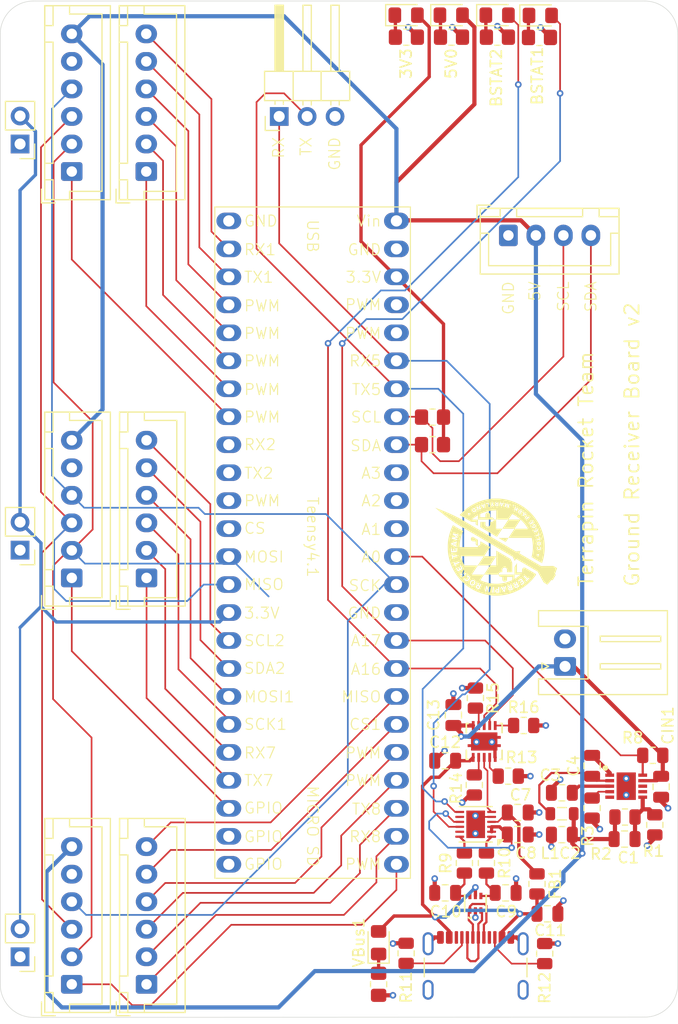
<source format=kicad_pcb>
(kicad_pcb (version 20240108) (generator "pcbnew") (generator_version "8.0")
  (layers (0 "F.Cu" signal) (1 "In1.Cu" signal) (2 "In2.Cu" signal) (31 "B.Cu" signal) (34 "B.Paste" user) (35 "F.Paste" user) (36 "B.SilkS" user "B.Silkscreen") (37 "F.SilkS" user "F.Silkscreen") (38 "B.Mask" user) (39 "F.Mask" user) (44 "Edge.Cuts" user))
  (net 0 "")
  (net 1 "+3.3V")
  (net 2 "+5V")
  (net 3 "Net-(U1-FB)")
  (net 4 "GND")
  (net 5 "Net-(U1-INTVCC)")
  (net 6 "Net-(U1-SW)")
  (net 7 "Net-(U1-BST)")
  (net 8 "Net-(U4-VCC)")
  (net 9 "Net-(U4-3V3OUT)")
  (net 10 "D-")
  (net 11 "D+")
  (net 12 "VBUS")
  (net 13 "VBAT")
  (net 14 "TXD")
  (net 15 "RXD")
  (net 17 "Net-(J2-D--PadA7)")
  (net 19 "Net-(J2-D+-PadA6)")
  (net 20 "Net-(J2-CC1)")
  (net 21 "Net-(J2-CC2)")
  (net 22 "MISO")
  (net 23 "CS_1")
  (net 24 "MOSI")
  (net 25 "SCLK")
  (net 26 "IRQ_1")
  (net 27 "GPIO1_1")
  (net 28 "SDN_1")
  (net 29 "GPIO0_1")
  (net 30 "GPIO2_1")
  (net 31 "GPIO3_1")
  (net 32 "CS_2")
  (net 33 "GPIO2_2")
  (net 34 "GPIO0_2")
  (net 35 "SDN_2")
  (net 36 "IRQ_2")
  (net 37 "GPIO1_2")
  (net 38 "GPIO3_2")
  (net 39 "CS_3")
  (net 40 "GPIO3_3")
  (net 41 "GPIO2_3")
  (net 42 "GPIO0_3")
  (net 43 "GPIO1_3")
  (net 44 "SDN_3")
  (net 45 "IRQ_3")
  (net 46 "SCL")
  (net 47 "SDA")
  (net 48 "Net-(U1-RT)")
  (net 49 "Net-(VBus1-K)")
  (net 50 "PWR_EN")
  (net 51 "Net-(U4-USBDP)")
  (net 52 "Net-(U4-USBDM)")
  (net 53 "Net-(U6-TS)")
  (net 54 "Net-(U6-ISET)")
  (net 55 "Net-(U6-VSET)")
  (net 56 "Net-(U6-CHM_TMR)")
  (net 59 "BSTAT2")
  (net 63 "BSTAT1")
  (net 70 "Net-(3V3-K)")
  (net 71 "Net-(5V0-K)")
  (net 72 "Net-(BSTAT1-K)")
  (net 73 "Net-(BSTAT2-K)")
  (net 74 "EN")
  (net 80 "+3.3V2")
  (footprint "Resistor_SMD:R_0805_2012Metric" (layer "F.Cu") (at 170.225 112.4125 180)
    (property "Reference" "R8")
    (property "Value" "100k" (hide yes))
  )
  (footprint "Connector_JST:JST_XH_B4B-XH-A_1x04_P2.50mm_Vertical" (layer "F.Cu") (at 157.1 65.2)
    (property "Reference" "J13" (hide yes))
    (property "Value" "Conn_01x04_Pin" (hide yes))
  )
  (footprint "Resistor_SMD:R_0805_2012Metric_Pad1.20x1.40mm_HandSolder" (layer "F.Cu") (at 156.1 47.2)
    (property "Reference" "R7" (hide yes))
    (property "Value" "2k" (hide yes))
  )
  (footprint "Resistor_SMD:R_0805_2012Metric" (layer "F.Cu") (at 164.7125 117.2 -90)
    (property "Reference" "R3")
    (property "Value" "18.2kΩ" (hide yes))
  )
  (footprint "Capacitor_SMD:C_0805_2012Metric" (layer "F.Cu") (at 161.9625 115.8125 180)
    (property "Reference" "C3")
    (property "Value" "1uF" (hide yes))
  )
  (footprint "Resistor_SMD:R_0805_2012Metric" (layer "F.Cu") (at 155.1 122.1875 -90)
    (property "Reference" "R10")
    (property "Value" "27" (hide yes))
  )
  (footprint "Capacitor_SMD:C_0805_2012Metric" (layer "F.Cu") (at 156.85 124.9 180)
    (property "Reference" "C9")
    (property "Value" "47pF" (hide yes))
  )
  (footprint "MountingHole:MountingHole_3.2mm_M3" (layer "F.Cu") (at 131.5 132.5)
    (property "Reference" "H3" (hide yes))
    (property "Value" "MountingHole" (hide yes))
  )
  (footprint "Resistor_SMD:R_0805_2012Metric" (layer "F.Cu") (at 167.7 118.0125 180)
    (property "Reference" "R2")
    (property "Value" "1MΩ" (hide yes))
  )
  (footprint "Capacitor_SMD:C_0805_2012Metric" (layer "F.Cu") (at 161.9625 119.6125)
    (property "Reference" "C2")
    (property "Value" "22uF" (hide yes))
  )
  (footprint "Resistor_SMD:R_0805_2012Metric" (layer "F.Cu") (at 147.8 130.3875 -90)
    (property "Reference" "R11")
    (property "Value" "5.1k" (hide yes))
  )
  (footprint "Capacitor_SMD:C_0805_2012Metric" (layer "F.Cu") (at 157.95 119.6 180)
    (property "Reference" "C8")
    (property "Value" "100n" (hide yes))
  )
  (footprint "Resistor_SMD:R_0805_2012Metric" (layer "F.Cu") (at 170.4125 118.725 90)
    (property "Reference" "R1")
    (property "Value" "187kΩ" (hide yes))
  )
  (footprint "Capacitor_SMD:C_0805_2012Metric" (layer "F.Cu") (at 164.7125 113.3625 90)
    (property "Reference" "C4")
    (property "Value" ".1uF" (hide yes))
  )
  (footprint "Avionics:Teensy_4.1_Compact" (layer "F.Cu") (at 139.3 93.095)
    (property "Reference" "Teensy4.1")
    (property "Value" "~")
  )
  (footprint "Capacitor_SMD:C_0805_2012Metric" (layer "F.Cu") (at 151.35 124.9)
    (property "Reference" "C10")
    (property "Value" "47pF" (hide yes))
  )
  (footprint "Resistor_SMD:R_0805_2012Metric_Pad1.20x1.40mm_HandSolder" (layer "F.Cu") (at 151.925 47.2)
    (property "Reference" "R5" (hide yes))
    (property "Value" "2k" (hide yes))
  )
  (footprint "Connector_JST:JST_XH_B6B-XH-A_1x06_P2.50mm_Vertical" (layer "F.Cu") (at 124.2 96.3 90)
    (property "Reference" "J9" (hide yes))
    (property "Value" "Conn_01x06_Pin" (hide yes))
  )
  (footprint "Resistor_SMD:R_0805_2012Metric" (layer "F.Cu") (at 154 115.1 90)
    (property "Reference" "R14")
    (property "Value" "390" (hide yes))
  )
  (footprint "Resistor_SMD:R_0805_2012Metric" (layer "F.Cu") (at 153.1 122.1875 -90)
    (property "Reference" "R9")
    (property "Value" "27" (hide yes))
  )
  (footprint "LED_SMD:LED_0805_2012Metric_Pad1.15x1.40mm_HandSolder" (layer "F.Cu") (at 145.3 129.425 90)
    (property "Reference" "VBus1")
    (property "Value" "LED" (hide yes))
  )
  (footprint "Capacitor_SMD:C_0805_2012Metric" (layer "F.Cu") (at 170.9875 115.2625 -90)
    (property "Reference" "CIN1")
    (property "Value" "4.7uF" (hide yes))
  )
  (footprint "Connector_JST:JST_XH_S2B-XH-A_1x02_P2.50mm_Horizontal" (layer "F.Cu") (at 162.25 104.33513 90)
    (property "Reference" "J3" (hide yes))
    (property "Value" "Conn_01x02_Pin" (hide yes))
  )
  (footprint "LED_SMD:LED_0805_2012Metric_Pad1.15x1.40mm_HandSolder" (layer "F.Cu") (at 159.9988 45.2238)
    (property "Reference" "BSTAT1")
    (property "Value" "LED" (hide yes))
  )
  (footprint "Connector_PinHeader_2.54mm:PinHeader_1x03_P2.54mm_Horizontal" (layer "F.Cu") (at 136.26 54.4 90)
    (property "Reference" "J1" (hide yes))
    (property "Value" "Conn_01x03_Pin" (hide yes))
  )
  (footprint "Connector_JST:JST_XH_B6B-XH-A_1x06_P2.50mm_Vertical" (layer "F.Cu") (at 117.4 133.2 90)
    (property "Reference" "J4" (hide yes))
    (property "Value" "Conn_01x06_Pin" (hide yes))
  )
  (footprint "Connector_JST:JST_XH_B6B-XH-A_1x06_P2.50mm_Vertical" (layer "F.Cu") (at 117.4 96.3 90)
    (property "Reference" "J7" (hide yes))
    (property "Value" "Conn_01x06_Pin" (hide yes))
  )
  (footprint "Connector_JST:JST_XH_B6B-XH-A_1x06_P2.50mm_Vertical" (layer "F.Cu") (at 117.4 59.4 90)
    (property "Reference" "J10" (hide yes))
    (property "Value" "Conn_01x06_Pin" (hide yes))
  )
  (footprint "Connector_JST:JST_XH_B6B-XH-A_1x06_P2.50mm_Vertical" (layer "F.Cu") (at 124.175 59.4 90)
    (property "Reference" "J12" (hide yes))
    (property "Value" "Conn_01x06_Pin" (hide yes))
  )
  (footprint "Connector_PinHeader_2.54mm:PinHeader_1x02_P2.54mm_Vertical" (layer "F.Cu") (at 112.7 93.775 180)
    (property "Reference" "J8" (hide yes))
    (property "Value" "Conn_01x02_Pin" (hide yes))
  )
  (footprint "Connector_PinHeader_2.54mm:PinHeader_1x02_P2.54mm_Vertical" (layer "F.Cu") (at 112.7 130.7 180)
    (property "Reference" "J11" (hide yes))
    (property "Value" "Conn_01x02_Pin" (hide yes))
  )
  (footprint "Avionics:LOGO" (layer "F.Cu") (at 155.5 93.5 90)
    (property "Reference" "G***" (hide yes))
    (property "Value" "LOGO" (hide yes))
  )
  (footprint "Avionics:USBLC6-2P6" (layer "F.Cu") (at 154.099999 125.8396 90)
    (property "Reference" "U5" (hide yes))
    (property "Value" "USBLC6-2P6" (hide yes))
  )
  (footprint "Resistor_SMD:R_0805_2012Metric_Pad1.20x1.40mm_HandSolder" (layer "F.Cu") (at 159.9238 47.2238)
    (property "Reference" "R17" (hide yes))
    (property "Value" "2k" (hide yes))
  )
  (footprint "LED_SMD:LED_0805_2012Metric_Pad1.15x1.40mm_HandSolder" (layer "F.Cu") (at 156.075 45.2)
    (property "Reference" "BSTAT2")
    (property "Value" "LED" (hide yes))
  )
  (footprint "Resistor_SMD:R_0805_2012Metric_Pad1.20x1.40mm_HandSolder" (layer "F.Cu") (at 150.2 81.7 180)
    (property "Reference" "R18" (hide yes))
    (property "Value" "4.7k" (hide yes))
  )
  (footprint "Resistor_SMD:R_0805_2012Metric" (layer "F.Cu") (at 160.4 130.4125 -90)
    (property "Reference" "R12")
    (property "Value" "5.1k" (hide yes))
  )
  (footprint "Capacitor_SMD:C_0805_2012Metric" (layer "F.Cu") (at 160.65 126.8 180)
    (property "Reference" "C11")
    (property "Value" "10nF" (hide yes))
  )
  (footprint "Capacitor_SMD:C_0805_2012Metric" (layer "F.Cu") (at 152.1 108.75 -90)
    (property "Reference" "C13")
    (property "Value" "1uF" (hide yes))
  )
  (footprint "Resistor_SMD:R_0805_2012Metric" (layer "F.Cu") (at 157.0875 114.3)
    (property "Reference" "R13")
    (property "Value" "10k" (hide yes))
  )
  (footprint "Avionics:LT8609AEDDM-5#TRPBF" (layer "F.Cu") (at 167.8125 115.2125)
    (property "Reference" "U1" (hide yes))
    (property "Value" "LT8609AEDDM-5#TRPBF" (hide yes))
  )
  (footprint "Inductor_SMD:L_0805_2012Metric" (layer "F.Cu") (at 161.975 117.7125 180)
    (property "Reference" "L1")
    (property "Value" "2.2uH" (hide yes))
  )
  (footprint "LED_SMD:LED_0805_2012Metric_Pad1.15x1.40mm_HandSolder" (layer "F.Cu") (at 151.9 45.2)
    (property "Reference" "5V0")
    (property "Value" "LED" (hide yes))
  )
  (footprint "Capacitor_SMD:C_0805_2012Metric" (layer "F.Cu") (at 157.95 117.6 180)
    (property "Reference" "C7")
    (property "Value" "4.7u" (hide yes))
  )
  (footprint "MountingHole:MountingHole_3.2mm_M3" (layer "F.Cu") (at 168.5 47.5)
    (property "Reference" "H1" (hide yes))
    (property "Value" "MountingHole" (hide yes))
  )
  (footprint "Connector_JST:JST_XH_B6B-XH-A_1x06_P2.50mm_Vertical" (layer "F.Cu") (at 124.2 133.2 90)
    (property "Reference" "J6" (hide yes))
    (property "Value" "Conn_01x06_Pin" (hide yes))
  )
  (footprint "Capacitor_SMD:C_0805_2012Metric" (layer "F.Cu") (at 151.35 112.9)
    (property "Reference" "C12")
    (property "Value" "1uF" (hide yes))
  )
  (footprint "Resistor_SMD:R_0805_2012Metric_Pad1.20x1.40mm_HandSolder" (layer "F.Cu") (at 147.825 47.2)
    (property "Reference" "R4" (hide yes))
    (property "Value" "2k" (hide yes))
  )
  (footprint "Resistor_SMD:R_0805_2012Metric_Pad1.20x1.40mm_HandSolder" (layer "F.Cu") (at 150.2 84.2 180)
    (property "Reference" "R19" (hide yes))
    (property "Value" "4.7k" (hide yes))
  )
  (footprint "Connector_PinHeader_2.54mm:PinHeader_1x02_P2.54mm_Vertical" (layer "F.Cu") (at 112.7 56.9 180)
    (property "Reference" "J5" (hide yes))
    (property "Value" "Conn_01x02_Pin" (hide yes))
  )
  (footprint "Avionics:FT234XD" (layer "F.Cu") (at 154.125 118.675 180)
    (property "Reference" "U4" (hide yes))
    (property "Value" "FT234XD" (hide yes))
  )
  (footprint "LED_SMD:LED_0805_2012Metric_Pad1.15x1.40mm_HandSolder" (layer "F.Cu") (at 147.8 45.2)
    (property "Reference" "3V3")
    (property "Value" "LED" (hide yes))
  )
  (footprint "Connector_USB:USB_C_Receptacle_GCT_USB4105-xx-A_16P_TopMnt_Horizontal" (layer "F.Cu") (at 154.12 132.625)
    (property "Reference" "J2" (hide yes))
    (property "Value" "USB_C_Receptacle_USB2.0_16P" (hide yes))
  )
  (footprint "Resistor_SMD:R_0805_2012Metric" (layer "F.Cu") (at 159.7 124.0875 -90)
    (property "Reference" "FB1")
    (property "Value" "FerriteBead" (hide yes))
  )
  (footprint "MountingHole:MountingHole_3.2mm_M3" (layer "F.Cu") (at 168.5 132.5)
    (property "Reference" "H2" (hide yes))
    (property "Value" "MountingHole" (hide yes))
  )
  (footprint "Avionics:VSON10_BQ25171_3X3_TEX" (layer "F.Cu") (at 154.900252 111.1522 90)
    (property "Reference" "U6" (hide yes))
    (property "Value" "BQ25171QWDRCRQ1" (hide yes))
  )
  (footprint "Resistor_SMD:R_0805_2012Metric_Pad1.20x1.40mm_HandSolder" (layer "F.Cu") (at 145.3 133.2 -90)
    (property "Reference" "R6" (hide yes))
    (property "Value" "2k" (hide yes))
  )
  (footprint "MountingHole:MountingHole_3.2mm_M3" (layer "F.Cu") (at 131.5 47.5)
    (property "Reference" "H4" (hide yes))
    (property "Value" "MountingHole" (hide yes))
  )
  (footprint "Resistor_SMD:R_0805_2012Metric" (layer "F.Cu") (at 154.1 107.2125 90)
    (property "Reference" "R15")
    (property "Value" "3.6k" (hide yes))
  )
  (footprint "Resistor_SMD:R_0805_2012Metric" (layer "F.Cu") (at 158.4875 109.7)
    (property "Reference" "R16")
    (property "Value" "100k" (hide yes))
  )
  (footprint "Capacitor_SMD:C_0805_2012Metric" (layer "F.Cu") (at 167.6625 120.0125 180)
    (property "Reference" "C1")
    (property "Value" "10pF" (hide yes))
  )
  (gr_arc (start 172.5 133.17868) (mid 171.62132 135.3) (end 169.5 136.17868) (stroke (width 0.05)) (layer "Edge.Cuts"))
  (gr_arc (start 110.899999 46.921319) (mid 111.778672 44.799986) (end 113.899999 43.921319) (stroke (width 0.05)) (layer "Edge.Cuts"))
  (gr_line (start 172.5 133.178687) (end 172.5 46.921319) (stroke (width 0.05)) (layer "Edge.Cuts"))
  (gr_arc (start 113.9 136.2) (mid 111.77868 135.32132) (end 110.9 133.2) (stroke (width 0.05)) (layer "Edge.Cuts"))
  (gr_line (start 113.9 136.2) (end 169.5 136.17868) (stroke (width 0.05)) (layer "Edge.Cuts"))
  (gr_line (start 169.500001 43.921319) (end 113.899999 43.921319) (stroke (width 0.05)) (layer "Edge.Cuts"))
  (gr_line (start 110.899999 46.921319) (end 110.9 133.2) (stroke (width 0.05)) (layer "Edge.Cuts"))
  (gr_arc (start 169.500001 43.921319) (mid 171.621314 44.8) (end 172.500001 46.921319) (stroke (width 0.05)) (layer "Edge.Cuts"))
  (gr_text "GND" (at 157.1 69.3 90) (layer "F.SilkS") (effects (font (size 1 1) (thickness 0.1)) (justify right)))
  (gr_text "SCL" (at 162.1 69.3 90) (layer "F.SilkS") (effects (font (size 1 1) (thickness 0.1)) (justify right)))
  (gr_text "TX" (at 138.7 56.2 90) (layer "F.SilkS") (effects (font (size 1 1) (thickness 0.1)) (justify right)))
  (gr_text "5V" (at 159.5 69.3 90) (layer "F.SilkS") (effects (font (size 1 1) (thickness 0.1)) (justify right)))
  (gr_text "Terrapin Rocket Team\n\nGround Receiver Board v2" (at 169.1 97.2 90) (layer "F.SilkS") (effects (font (size 1.3 1.3)) (justify left bottom)))
  (gr_text "RX" (at 136.2 56.2 90) (layer "F.SilkS") (effects (font (size 1 1) (thickness 0.1)) (justify right)))
  (gr_text "GND" (at 141.3 56.2 90) (layer "F.SilkS") (effects (font (size 1 1) (thickness 0.1)) (justify right)))
  (gr_text "SDA\n" (at 164.6 69.3 90) (layer "F.SilkS") (effects (font (size 1 1) (thickness 0.1)) (justify right)))
  (segment (start 114.1 59.7) (end 114.1 55.76) (width 0.3048) (layer "B.Cu") (net 1))
  (segment (start 114.6 98.9) (end 112.7 100.8) (width 0.3048) (layer "B.Cu") (net 1))
  (segment (start 116 100.3) (end 114.6 98.9) (width 0.3048) (layer "B.Cu") (net 1))
  (segment (start 112.7 128.16) (end 112.7 100.8) (width 0.2) (layer "B.Cu") (net 1))
  (segment (start 114.1 55.76) (end 112.7 54.36) (width 0.3048) (layer "B.Cu") (net 1))
  (segment (start 114.6 93.135) (end 112.7 91.235) (width 0.3048) (layer "B.Cu") (net 1))
  (segment (start 130.825 100.3) (end 116 100.3) (width 0.3048) (layer "B.Cu") (net 1))
  (segment (start 112.7 91.235) (end 112.7 61.1) (width 0.3048) (layer "B.Cu") (net 1))
  (segment (start 114.6 98.9) (end 114.6 93.135) (width 0.3048) (layer "B.Cu") (net 1))
  (segment (start 131.68 99.445) (end 130.825 100.3) (width 0.3048) (layer "B.Cu") (net 1))
  (segment (start 112.7 61.1) (end 114.1 59.7) (width 0.3048) (layer "B.Cu") (net 1))
  (segment (start 158.2345 63.8345) (end 146.9705 63.8345) (width 0.381) (layer "F.Cu") (net 2))
  (segment (start 166.7875 119.9375) (end 166.7125 120.0125) (width 0.381) (layer "F.Cu") (net 2))
  (segment (start 146.92 60.38) (end 154.0095 53.2905) (width 0.381) (layer "F.Cu") (net 2))
  (segment (start 163.0375 119.4875) (end 162.9125 119.6125) (width 0.381) (layer "F.Cu") (net 2))
  (segment (start 166.7125 120.0125) (end 163.3125 120.0125) (width 0.381) (layer "F.Cu") (net 2))
  (segment (start 159.6 65.2) (end 158.2345 63.8345) (width 0.381) (layer "F.Cu") (net 2))
  (segment (start 154.0095 53.2905) (end 154.0095 46.2845) (width 0.381) (layer "F.Cu") (net 2))
  (segment (start 163.3125 120.0125) (end 162.9125 119.6125) (width 0.381) (layer "F.Cu") (net 2))
  (segment (start 166.7875 118.0125) (end 166.7875 119.9375) (width 0.381) (layer "F.Cu") (net 2))
  (segment (start 163.0375 117.7125) (end 163.0375 119.4875) (width 0.381) (layer "F.Cu") (net 2))
  (segment (start 146.92 63.885) (end 146.92 60.38) (width 0.381) (layer "F.Cu") (net 2))
  (segment (start 154.0095 46.2845) (end 152.925 45.2) (width 0.381) (layer "F.Cu") (net 2))
  (segment (start 162.9125 119.6125) (end 162.9125 120.4125) (width 0.381) (layer "F.Cu") (net 2))
  (segment (start 162.9125 120.4125) (end 163.8125 121.3125) (width 0.381) (layer "F.Cu") (net 2))
  (segment (start 146.9705 63.8345) (end 146.92 63.885) (width 0.381) (layer "F.Cu") (net 2))
  (via (at 163.8125 121.3125) (size 0.6) (drill 0.3) (layers "F.Cu" "B.Cu") (net 2))
  (segment (start 159.6 79.6) (end 159.6 65.2) (width 0.381) (layer "B.Cu") (net 2))
  (segment (start 117.4 46.9) (end 119 45.3) (width 0.381) (layer "B.Cu") (net 2))
  (segment (start 162.103 123.022) (end 162.103 123.84442) (width 0.381) (layer "B.Cu") (net 2))
  (segment (start 119 45.3) (end 136.7 45.3) (width 0.381) (layer "B.Cu") (net 2))
  (segment (start 163.8125 121.3125) (end 163.8125 83.8125) (width 0.381) (layer "B.Cu") (net 2))
  (segment (start 162.103 123.84442) (end 153.94742 132) (width 0.381) (layer "B.Cu") (net 2))
  (segment (start 115.1 123) (end 117.4 120.7) (width 0.381) (layer "B.Cu") (net 2))
  (segment (start 120.2 49.7) (end 117.4 46.9) (width 0.381) (layer "B.Cu") (net 2))
  (segment (start 163.8125 121.3125) (end 162.103 123.022) (width 0.381) (layer "B.Cu") (net 2))
  (segment (start 117.4 83.8) (end 120.2 81) (width 0.381) (layer "B.Cu") (net 2))
  (segment (start 115.1 133.9) (end 115.1 123) (width 0.381) (layer "B.Cu") (net 2))
  (segment (start 136.7 45.3) (end 146.92 55.52) (width 0.381) (layer "B.Cu") (net 2))
  (segment (start 120.2 81) (end 120.2 49.7) (width 0.381) (layer "B.Cu") (net 2))
  (segment (start 146.92 55.52) (end 146.92 63.885) (width 0.381) (layer "B.Cu") (net 2))
  (segment (start 139.5 132) (end 136.2 135.3) (width 0.381) (layer "B.Cu") (net 2))
  (segment (start 153.94742 132) (end 139.5 132) (width 0.381) (layer "B.Cu") (net 2))
  (segment (start 136.2 135.3) (end 116.5 135.3) (width 0.381) (layer "B.Cu") (net 2))
  (segment (start 163.8125 83.8125) (end 159.6 79.6) (width 0.381) (layer "B.Cu") (net 2))
  (segment (start 116.5 135.3) (end 115.1 133.9) (width 0.381) (layer "B.Cu") (net 2))
  (segment (start 168.6125 118.0125) (end 169.3125 117.3125) (width 0.381) (layer "F.Cu") (net 3))
  (segment (start 168.6125 118.0125) (end 168.6125 120.0125) (width 0.381) (layer "F.Cu") (net 3))
  (segment (start 169.3125 117.3125) (end 169.3125 116.253) (width 0.381) (layer "F.Cu") (net 3))
  (segment (start 169.9125 117.3125) (end 170.4125 117.8125) (width 0.381) (layer "F.Cu") (net 3))
  (segment (start 169.3125 117.3125) (end 169.9125 117.3125) (width 0.381) (layer "F.Cu") (net 3))
  (segment (start 145.3 134.2) (end 146.6 134.2) (width 0.381) (layer "F.Cu") (net 4))
  (segment (start 148.825 47.125) (end 148 46.3) (width 0.381) (layer "F.Cu") (net 4))
  (segment (start 154.900252 111.1522) (end 155.5522 111.1522) (width 0.381) (layer "F.Cu") (net 4))
  (segment (start 155.900504 112.6) (end 155.877378 112.576874) (width 0.3) (layer "F.Cu") (net 4))
  (segment (start 157.32 128.945) (end 157.865 128.945) (width 0.381) (layer "F.Cu") (net 4))
  (segment (start 170.4125 119.9125) (end 169.7125 120.6125) (width 0.381) (layer "F.Cu") (net 4))
  (segment (start 148.825 47.2) (end 148.825 47.525) (width 0.381) (layer "F.Cu") (net 4))
  (segment (start 150.92 128.945) (end 150.375 128.945) (width 0.381) (layer "F.Cu") (net 4))
  (segment (start 161.6 126.1) (end 162.1 125.6) (width 0.381) (layer "F.Cu") (net 4))
  (segment (start 152.1 107.8) (end 152.1 106.8) (width 0.381) (layer "F.Cu") (net 4))
  (segment (start 164.7125 118.4125) (end 165.4125 119.1125) (width 0.381) (layer "F.Cu") (net 4))
  (segment (start 167.8125 115.2125) (end 167.8125 116.0125) (width 0.381) (layer "F.Cu") (net 4))
  (segment (start 155.877378 112.576874) (end 155.877378 111.924365) (width 0.3) (layer "F.Cu") (net 4))
  (segment (start 155.5522 111.1522) (end 155.6 111.2) (width 0.381) (layer "F.Cu") (net 4))
  (segment (start 158.9 119.6) (end 159.9 119.6) (width 0.381) (layer "F.Cu") (net 4))
  (segment (start 154.125 117.925) (end 154.1 117.9) (width 0.1524) (layer "F.Cu") (net 4))
  (segment (start 152.925 47.2) (end 152.9 47.2) (width 0.381) (layer "F.Cu") (net 4))
  (segment (start 150.4 112.9) (end 151.3 112) (width 0.381) (layer "F.Cu") (net 4))
  (segment (start 161.0125 115.4125) (end 161.8125 114.6125) (width 0.381) (layer "F.Cu") (net 4))
  (segment (start 154.125 119.475) (end 154.1 119.5) (width 0.1524) (layer "F.Cu") (net 4))
  (segment (start 159.4 109.7) (end 160.5 109.7) (width 0.381) (layer "F.Cu") (net 4))
  (segment (start 161.0125 119.6125) (end 161.0125 120.7125) (width 0.381) (layer "F.Cu") (net 4))
  (segment (start 161.0125 115.8125) (end 161.0125 115.4125) (width 0.381) (layer "F.Cu") (net 4))
  (segment (start 157.865 128.945) (end 158.44 129.52) (width 0.381) (layer "F.Cu") (net 4))
  (segment (start 155.575 118) (end 154.8 118) (width 0.1524) (layer "F.Cu") (net 4))
  (segment (start 167.8125 115.2125) (end 167.8125 114.5125) (width 0.381) (layer "F.Cu") (net 4))
  (segment (start 146.625 129.475) (end 146.6 129.5) (width 0.381) (layer "F.Cu") (net 4))
  (segment (start 147.8 129.475) (end 146.625 129.475) (width 0.381) (layer "F.Cu") (net 4))
  (segment (start 164.7125 118.1125) (end 164.7125 118.4125) (width 0.381) (layer "F.Cu") (net 4))
  (segment (start 170.9875 116.5875) (end 171.6125 117.2125) (width 0.381) (layer "F.Cu") (net 4))
  (segment (start 154 116.0125) (end 153.5875 116.0125) (width 0.381) (layer "F.Cu") (net 4))
  (segment (start 160.9238 47.2238) (end 160.0238 46.3238) (width 0.381) (layer "F.Cu") (net 4))
  (segment (start 154.125 118.675) (end 154.125 117.925) (width 0.1524) (layer "F.Cu") (net 4))
  (segment (start 170.9875 116.2125) (end 170.9875 116.5875) (width 0.381) (layer "F.Cu") (net 4))
  (segment (start 154.099999 126.5) (end 154.099999 127.138779) (width 0.3) (layer "F.Cu") (net 4))
  (segment (start 150.4 124.9) (end 150.4 123.6) (width 0.381) (layer "F.Cu") (net 4))
  (segment (start 154.900252 111.1522) (end 154.2478 111.1522) (width 0.381) (layer "F.Cu") (net 4))
  (segment (start 154.1 106.3) (end 152.9 106.3) (width 0.381) (layer "F.Cu") (net 4))
  (segment (start 150.375 128.945) (end 149.8 129.52) (width 0.381) (layer "F.Cu") (net 4))
  (segment (start 154.2478 111.1522) (end 154.2 111.2) (width 0.381) (layer "F.Cu") (net 4))
  (segment (start 157.1 47.2) (end 156.1 46.2) (width 0.381) (layer "F.Cu") (net 4))
  (segment (start 153.5875 116.0125) (end 152.9 116.7) (width 0.381) (layer "F.Cu") (net 4))
  (segment (start 170.4125 119.6375) (end 170.4125 119.9125) (width 0.381) (layer "F.Cu") (net 4))
  (segment (start 148.825 47.2) (end 148.825 47.125) (width 0.381) (layer "F.Cu") (net 4))
  (segment (start 152.9 47.2) (end 152 46.3) (width 0.381) (layer "F.Cu") (net 4))
  (segment (start 160.4 129.5) (end 161.6 129.5) (width 0.381) (layer "F.Cu") (net 4))
  (segment (start 158.9 117.6) (end 159.9 117.6) (width 0.381) (layer "F.Cu") (net 4))
  (segment (start 154.125 118.675) (end 154.125 119.475) (width 0.1524) (layer "F.Cu") (net 4))
  (segment (start 158 114.3) (end 159.1 114.3) (width 0.381) (layer "F.Cu") (net 4))
  (segment (start 154.8 118) (end 154.125 118.675) (width 0.1524) (layer "F.Cu") (net 4))
  (segment (start 161.6 126.8) (end 161.6 126.1) (width 0.381) (layer "F.Cu") (net 4))
  (segment (start 157.8 124.9) (end 157.8 123.6) (width 0.381) (layer "F.Cu") (net 4))
  (via (at 154.1 119.5) (size 0.6) (drill 0.3) (layers "F.Cu" "B.Cu") (net 4))
  (via (at 148 46.3) (size 0.6) (drill 0.3) (layers "F.Cu" "B.Cu") (net 4))
  (via (at 155.6 111.2) (size 0.6) (drill 0.3) (layers "F.Cu" "B.Cu") (net 4))
  (via (at 146.6 134.2) (size 0.6) (drill 0.3) (layers "F.Cu" "B.Cu") (net 4))
  (via (at 159.9 119.6) (size 0.6) (drill 0.3) (layers "F.Cu" "B.Cu") (net 4))
  (via (at 159.9 117.6) (size 0.6) (drill 0.3) (layers "F.Cu" "B.Cu") (net 4))
  (via (at 157.8 123.6) (size 0.6) (drill 0.3) (layers "F.Cu" "B.Cu") (net 4))
  (via (at 152 46.3) (size 0.6) (drill 0.3) (layers "F.Cu" "B.Cu") (net 4))
  (via (at 167.8125 116.0125) (size 0.6) (drill 0.3) (layers "F.Cu" "B.Cu") (net 4))
  (via (at 167.8125 114.5125) (size 0.6) (drill 0.3) (layers "F.Cu" "B.Cu") (net 4))
  (via (at 160.5 109.7) (size 0.6) (drill 0.3) (layers "F.Cu" "B.Cu") (net 4))
  (via (at 152.9 106.3) (size 0.6) (drill 0.3) (layers "F.Cu" "B.Cu") (net 4))
  (via (at 156.1 46.2) (size 0.6) (drill 0.3) (layers "F.Cu" "B.Cu") (net 4))
  (via (at 154.1 117.9) (size 0.6) (drill 0.3) (layers "F.Cu" "B.Cu") (net 4))
  (via (at 169.7125 120.6125) (size 0.6) (drill 0.3) (layers "F.Cu" "B.Cu") (net 4))
  (via (at 150.4 123.6) (size 0.6) (drill 0.3) (layers "F.Cu" "B.Cu") (net 4))
  (via (at 151.3 112) (size 0.6) (drill 0.3) (layers "F.Cu" "B.Cu") (net 4))
  (via (at 165.4125 119.1125) (size 0.6) (drill 0.3) (layers "F.Cu" "B.Cu") (net 4))
  (via (at 152.1 106.8) (size 0.6) (drill 0.3) (layers "F.Cu" "B.Cu") (net 4))
  (via (at 162.1 125.6) (size 0.6) (drill 0.3) (layers "F.Cu" "B.Cu") (net 4))
  (via (at 154.099999 127.138779) (size 0.6) (drill 0.3) (layers "F.Cu" "B.Cu") (net 4))
  (via (at 152.9 116.7) (size 0.6) (drill 0.3) (layers "F.Cu" "B.Cu") (net 4))
  (via (at 146.6 129.5) (size 0.6) (drill 0.3) (layers "F.Cu" "B.Cu") (net 4))
  (via (at 161.6 129.5) (size 0.6) (drill 0.3) (layers "F.Cu" "B.Cu") (net 4))
  (via (at 171.6125 117.2125) (size 0.6) (drill 0.3) (layers "F.Cu" "B.Cu") (net 4))
  (via (at 161.8125 114.6125) (size 0.6) (drill 0.3) (layers "F.Cu" "B.Cu") (net 4))
  (via (at 161.0125 120.7125) (size 0.6) (drill 0.3) (layers "F.Cu" "B.Cu") (net 4))
  (via (at 154.2 111.2) (size 0.6) (drill 0.3) (layers "F.Cu" "B.Cu") (net 4))
  (via (at 160.0238 46.3238) (size 0.6) (drill 0.3) (layers "F.Cu" "B.Cu") (net 4))
  (via (at 159.1 114.3) (size 0.6) (drill 0.3) (layers "F.Cu" "B.Cu") (net 4))
  (segment (start 163.5125 115.2125) (end 166.3125 115.2125) (width 0.3) (layer "F.Cu") (net 5))
  (segment (start 162.9125 115.8125) (end 163.5125 115.2125) (width 0.3) (layer "F.Cu") (net 5))
  (segment (start 159.9125 116.7125) (end 160.9125 117.7125) (width 0.2) (layer "F.Cu") (net 6))
  (segment (start 165.1125 114.7125) (end 166.3125 114.7125) (width 0.2) (layer "F.Cu") (net 6))
  (segment (start 159.9125 115.1125) (end 159.9125 116.7125) (width 0.2) (layer "F.Cu") (net 6))
  (segment (start 164.4125 114.0125) (end 161.0125 114.0125) (width 0.2) (layer "F.Cu") (net 6))
  (segment (start 161.0125 114.0125) (end 159.9125 115.1125) (width 0.2) (layer "F.Cu") (net 6))
  (segment (start 164.7125 114.3125) (end 165.1125 114.7125) (width 0.2) (layer "F.Cu") (net 6))
  (segment (start 164.7125 114.3125) (end 164.4125 114.0125) (width 0.2) (layer "F.Cu") (net 6))
  (segment (start 164.7125 112.4125) (end 166.3125 114.0125) (width 0.381) (layer "F.Cu") (net 7))
  (segment (start 166.3125 114.0125) (end 166.3125 114.172) (width 0.381) (layer "F.Cu") (net 7))
  (segment (start 157 117.6) (end 158.0476 118.6476) (width 0.3048) (layer "F.Cu") (net 8))
  (segment (start 155.575 118.45) (end 156.15 118.45) (width 0.1524) (layer "F.Cu") (net 8))
  (segment (start 158.0476 118.6476) (end 158.0476 121.5226) (width 0.3048) (layer "F.Cu") (net 8))
  (segment (start 158.0476 121.5226) (end 159.7 123.175) (width 0.3048) (layer "F.Cu") (net 8))
  (segment (start 156.15 118.45) (end 157 117.6) (width 0.1524) (layer "F.Cu") (net 8))
  (segment (start 157.3952 119.9952) (end 157 119.6) (width 0.1524) (layer "F.Cu") (net 9))
  (segment (start 156.3024 118.9024) (end 155.575 118.9024) (width 0.3048) (layer "F.Cu") (net 9))
  (segment (start 157.3952 120.8) (end 157.3952 119.9952) (width 0.1524) (layer "F.Cu") (net 9))
  (segment (start 157 119.6) (end 156.3024 118.9024) (width 0.3048) (layer "F.Cu") (net 9))
  (segment (start 152.15 118.45) (end 151.4 117.7) (width 0.1524) (layer "F.Cu") (net 9))
  (segment (start 152.675 118.45) (end 152.15 118.45) (width 0.1524) (layer "F.Cu") (net 9))
  (segment (start 155.575 118.9024) (end 155.575 119.3476) (width 0.3048) (layer "F.Cu") (net 9))
  (via (at 151.4 117.7) (size 0.6) (drill 0.3) (layers "F.Cu" "B.Cu") (net 9))
  (via (at 157.3952 120.8) (size 0.6) (drill 0.3) (layers "F.Cu" "B.Cu") (net 9))
  (segment (start 150.6 117.7) (end 149.9 118.4) (width 0.1524) (layer "B.Cu") (net 9))
  (segment (start 149.9 119.1) (end 151.6 120.8) (width 0.1524) (layer "B.Cu") (net 9))
  (segment (start 151.6 120.8) (end 157.3952 120.8) (width 0.1524) (layer "B.Cu") (net 9))
  (segment (start 149.9 118.4) (end 149.9 119.1) (width 0.1524) (layer "B.Cu") (net 9))
  (segment (start 151.4 117.7) (end 150.6 117.7) (width 0.1524) (layer "B.Cu") (net 9))
  (segment (start 155.1 123.1) (end 155.1 124.1) (width 0.2) (layer "F.Cu") (net 10))
  (segment (start 155.1 124.1) (end 155.9 124.9) (width 0.2) (layer "F.Cu") (net 10))
  (segment (start 155.6208 125.1792) (end 155.9 124.9) (width 0.2) (layer "F.Cu") (net 10))
  (segment (start 154.599998 125.1792) (end 155.6208 125.1792) (width 0.2) (layer "F.Cu") (net 10))
  (segment (start 153.1 124.1) (end 152.3 124.9) (width 0.2) (layer "F.Cu") (net 11))
  (segment (start 152.5792 125.1792) (end 152.3 124.9) (width 0.2) (layer "F.Cu") (net 11))
  (segment (start 153.1 123.1) (end 153.1 124.1) (width 0.2) (layer "F.Cu") (net 11))
  (segment (start 153.6 125.1792) (end 152.5792 125.1792) (width 0.2) (layer "F.Cu") (net 11))
  (segment (start 152.3 112.9) (end 150.8 114.4) (width 0.3048) (layer "F.Cu") (net 12))
  (segment (start 146.7 127) (end 150.349999 127) (width 0.3048) (layer "F.Cu") (net 12))
  (segment (start 150.08513 114.4) (end 149.3 115.18513) (width 0.3048) (layer "F.Cu") (net 12))
  (segment (start 151.72 128.370001) (end 151.72 128.945) (width 0.3048) (layer "F.Cu") (net 12))
  (segment (start 153.6 112.9) (end 153.9 112.6) (width 0.3048) (layer "F.Cu") (net 12))
  (segment (start 158.14 126.8) (end 159.7 126.8) (width 0.3048) (layer "F.Cu") (net 12))
  (segment (start 150.8 114.4) (end 150.08513 114.4) (width 0.3048) (layer "F.Cu") (net 12))
  (segment (start 145.3 128.4) (end 146.7 127) (width 0.3048) (layer "F.Cu") (net 12))
  (segment (start 154.099999 124.400001) (end 154.1 124.4) (width 0.3048) (layer "F.Cu") (net 12))
  (segment (start 149.3 125.950001) (end 150.449999 127.1) (width 0.3048) (layer "F.Cu") (net 12))
  (segment (start 156.52 128.42) (end 158.14 126.8) (width 0.3048) (layer "F.Cu") (net 12))
  (segment (start 150.449999 127.1) (end 151.72 128.370001) (width 0.3048) (layer "F.Cu") (net 12))
  (segment (start 152.3 112.9) (end 153.6 112.9) (width 0.3048) (layer "F.Cu") (net 12))
  (segment (start 154.099999 125.1792) (end 154.099999 124.400001) (width 0.3048) (layer "F.Cu") (net 12))
  (segment (start 156.52 128.945) (end 156.52 128.42) (width 0.3048) (layer "F.Cu") (net 12))
  (segment (start 150.349999 127) (end 150.449999 127.1) (width 0.3048) (layer "F.Cu") (net 12))
  (segment (start 159.7 126.8) (end 159.7 125) (width 0.3048) (layer "F.Cu") (net 12))
  (segment (start 149.3 115.18513) (end 149.3 125.950001) (width 0.3048) (layer "F.Cu") (net 12))
  (via (at 158.14 126.8) (size 0.6) (drill 0.3) (layers "F.Cu" "B.Cu") (net 12))
  (via (at 154.1 124.4) (size 0.6) (drill 0.3) (layers "F.Cu" "B.Cu") (net 12))
  (via (at 150.449999 127.1) (size 0.6) (drill 0.3) (layers "F.Cu" "B.Cu") (net 12))
  (segment (start 150.449999 127.1) (end 151.4 127.1) (width 0.3048) (layer "B.Cu") (net 12))
  (segment (start 151.4 127.1) (end 154.1 124.4) (width 0.3048) (layer "B.Cu") (net 12))
  (segment (start 157.826379 126.486379) (end 158.14 126.8) (width 0.3048) (layer "B.Cu") (net 12))
  (segment (start 151.4 127.1) (end 152.013621 126.486379) (width 0.3048) (layer "B.Cu") (net 12))
  (segment (start 152.013621 126.486379) (end 157.826379 126.486379) (width 0.3048) (layer "B.Cu") (net 12))
  (segment (start 171.1375 112.4125) (end 171.1375 114.1625) (width 0.381) (layer "F.Cu") (net 13))
  (segment (start 152.1 109.7) (end 153.878226 109.7) (width 0.381) (layer "F.Cu") (net 13))
  (segment (start 171.1375 114.1625) (end 170.9875 114.3125) (width 0.381) (layer "F.Cu") (net 13))
  (segment (start 170.9875 114.3125) (end 170.5875 114.7125) (width 0.3) (layer "F.Cu") (net 13))
  (segment (start 171.1375 112.4125) (end 163.06013 104.33513) (width 0.381) (layer "F.Cu") (net 13))
  (segment (start 170.5875 114.7125) (end 169.3125 114.7125) (width 0.3) (layer "F.Cu") (net 13))
  (segment (start 153.878226 109.7) (end 153.882626 109.7044) (width 0.381) (layer "F.Cu") (net 13))
  (segment (start 152.8 110.4) (end 152.1 109.7) (width 0.381) (layer "F.Cu") (net 13))
  (segment (start 163.06013 104.33513) (end 162.25 104.33513) (width 0.381) (layer "F.Cu") (net 13))
  (segment (start 152.8 110.7) (end 152.8 110.4) (width 0.381) (layer "F.Cu") (net 13))
  (via (at 152.8 110.7) (size 0.6) (drill 0.3) (layers "F.Cu" "B.Cu") (net 13))
  (segment (start 159.86487 104.33513) (end 162.25 104.33513) (width 0.381) (layer "B.Cu") (net 13))
  (segment (start 153.5 110.7) (end 159.86487 104.33513) (width 0.381) (layer "B.Cu") (net 13))
  (segment (start 152.8 110.7) (end 153.5 110.7) (width 0.381) (layer "B.Cu") (net 13))
  (segment (start 134.2 66.405) (end 134.2 53.1) (width 0.1524) (layer "F.Cu") (net 14))
  (segment (start 152.675 117.55) (end 152.25 117.55) (width 0.1524) (layer "F.Cu") (net 14))
  (segment (start 134.2 53.1) (end 135 52.3) (width 0.1524) (layer "F.Cu") (net 14))
  (segment (start 136.7 52.3) (end 138.8 54.4) (width 0.1524) (layer "F.Cu") (net 14))
  (segment (start 152.25 117.55) (end 151.3 116.6) (width 0.1524) (layer "F.Cu") (net 14))
  (segment (start 146.92 79.125) (end 134.2 66.405) (width 0.1524) (layer "F.Cu") (net 14))
  (segment (start 135 52.3) (end 136.7 52.3) (width 0.1524) (layer "F.Cu") (net 14))
  (via (at 151.3 116.6) (size 0.6) (drill 0.3) (layers "F.Cu" "B.Cu") (net 14))
  (segment (start 153 81.4) (end 153 102.7) (width 0.1524) (layer "B.Cu") (net 14))
  (segment (start 150.51487 116.6) (end 151.3 116.6) (width 0.1524) (layer "B.Cu") (net 14))
  (segment (start 153 102.7) (end 149.3 106.4) (width 0.1524) (layer "B.Cu") (net 14))
  (segment (start 146.92 79.125) (end 150.725 79.125) (width 0.1524) (layer "B.Cu") (net 14))
  (segment (start 149.3 115.38513) (end 150.51487 116.6) (width 0.1524) (layer "B.Cu") (net 14))
  (segment (start 149.3 106.4) (end 149.3 115.38513) (width 0.1524) (layer "B.Cu") (net 14))
  (segment (start 150.725 79.125) (end 153 81.4) (width 0.1524) (layer "B.Cu") (net 14))
  (segment (start 151.681148 118.9) (end 150.3 117.518852) (width 0.1524) (layer "F.Cu") (net 15))
  (segment (start 150.3 117.518852) (end 150.3 115.2) (width 0.1524) (layer "F.Cu") (net 15))
  (segment (start 146.92 76.585) (end 136.26 65.925) (width 0.1524) (layer "F.Cu") (net 15))
  (segment (start 136.26 65.925) (end 136.26 54.4) (width 0.1524) (layer "F.Cu") (net 15))
  (segment (start 152.675 118.9) (end 151.681148 118.9) (width 0.1524) (layer "F.Cu") (net 15))
  (via (at 150.3 115.2) (size 0.6) (drill 0.3) (layers "F.Cu" "B.Cu") (net 15))
  (segment (start 151.485 76.585) (end 146.92 76.585) (width 0.1524) (layer "B.Cu") (net 15))
  (segment (start 152.9238 106.8762) (end 153.13867 106.8762) (width 0.1524) (layer "B.Cu") (net 15))
  (segment (start 155.4 104.61487) (end 155.4 80.5) (width 0.1524) (layer "B.Cu") (net 15))
  (segment (start 153.13867 106.8762) (end 155.4 104.61487) (width 0.1524) (layer "B.Cu") (net 15))
  (segment (start 155.4 80.5) (end 151.485 76.585) (width 0.1524) (layer "B.Cu") (net 15))
  (segment (start 150.3 115.2) (end 150.3 109.5) (width 0.1524) (layer "B.Cu") (net 15))
  (segment (start 150.3 109.5) (end 152.9238 106.8762) (width 0.1524) (layer "B.Cu") (net 15))
  (segment (start 154.37 130.83) (end 154.37 128.945) (width 0.2) (layer "F.Cu") (net 17))
  (segment (start 153.37 128.945) (end 153.37 130.82) (width 0.2) (layer "F.Cu") (net 17))
  (segment (start 154.699999 126.600001) (end 154.599998 126.5) (width 0.2) (layer "F.Cu") (net 17))
  (segment (start 153.37 130.82) (end 153.65 131.1) (width 0.2) (layer "F.Cu") (net 17))
  (segment (start 154.1 131.1) (end 154.37 130.83) (width 0.2) (layer "F.Cu") (net 17))
  (segment (start 154.699999 127.387308) (end 154.699999 126.600001) (width 0.2) (layer "F.Cu") (net 17))
  (segment (start 154.37 127.717307) (end 154.699999 127.387308) (width 0.2) (layer "F.Cu") (net 17))
  (segment (start 153.65 131.1) (end 154.1 131.1) (width 0.2) (layer "F.Cu") (net 17))
  (segment (start 154.37 128.945) (end 154.37 127.717307) (width 0.2) (layer "F.Cu") (net 17))
  (segment (start 153.6 126.1341) (end 153.6 126.5) (width 0.2) (layer "F.Cu") (net 19))
  (segment (start 153.87 127.757309) (end 153.499999 127.387308) (width 0.2) (layer "F.Cu") (net 19))
  (segment (start 154.87 128.945) (end 154.87 127.782993) (width 0.2) (layer "F.Cu") (net 19))
  (segment (start 153.499999 126.600001) (end 153.6 126.5) (width 0.2) (layer "F.Cu") (net 19))
  (segment (start 153.499999 127.387308) (end 153.499999 126.600001) (width 0.2) (layer "F.Cu") (net 19))
  (segment (start 153.8262 125.9079) (end 153.6 126.1341) (width 0.2) (layer "F.Cu") (net 19))
  (segment (start 154.87 127.782993) (end 155.099999 127.552994) (width 0.2) (layer "F.Cu") (net 19))
  (segment (start 155.099999 126.071299) (end 154.9366 125.9079) (width 0.2) (layer "F.Cu") (net 19))
  (segment (start 155.099999 127.552994) (end 155.099999 126.071299) (width 0.2) (layer "F.Cu") (net 19))
  (segment (start 154.9366 125.9079) (end 153.8262 125.9079) (width 0.2) (layer "F.Cu") (net 19))
  (segment (start 153.87 128.945) (end 153.87 127.757309) (width 0.2) (layer "F.Cu") (net 19))
  (segment (start 147.8 131.3) (end 151.23635 131.3) (width 0.1524) (layer "F.Cu") (net 20))
  (segment (start 151.23635 131.3) (end 152.87 129.66635) (width 0.1524) (layer "F.Cu") (net 20))
  (segment (start 152.87 129.66635) (end 152.87 128.945) (width 0.1524) (layer "F.Cu") (net 20))
  (segment (start 155.87 128.945) (end 155.87 129.800936) (width 0.1524) (layer "F.Cu") (net 21))
  (segment (start 157.394064 131.325) (end 160.4 131.325) (width 0.1524) (layer "F.Cu") (net 21))
  (segment (start 155.87 129.800936) (end 157.394064 131.325) (width 0.1524) (layer "F.Cu") (net 21))
  (segment (start 117.4 128.2) (end 114.7 125.5) (width 0.1524) (layer "F.Cu") (net 22))
  (segment (start 114.7 125.5) (end 114.7 94) (width 0.1524) (layer "F.Cu") (net 22))
  (segment (start 117.4 54.4) (end 114.6 57.2) (width 0.1524) (layer "F.Cu") (net 22))
  (segment (start 114.7 94) (end 117.4 91.3) (width 0.1524) (layer "F.Cu") (net 22))
  (segment (start 114.6 57.2) (end 114.6 88.5) (width 0.1524) (layer "F.Cu") (net 22))
  (segment (start 114.6 88.5) (end 117.4 91.3) (width 0.1524) (layer "F.Cu") (net 22))
  (segment (start 116.9 98.4) (end 127.9 98.4) (width 0.1524) (layer "B.Cu") (net 22))
  (segment (start 127.9 98.4) (end 129.395 96.905) (width 0.1524) (layer "B.Cu") (net 22))
  (segment (start 115.8 97.3) (end 116.9 98.4) (width 0.1524) (layer "B.Cu") (net 22))
  (segment (start 115.8 92.9) (end 115.8 97.3) (width 0.1524) (layer "B.Cu") (net 22))
  (segment (start 129.395 96.905) (end 131.68 96.905) (width 0.1524) (layer "B.Cu") (net 22))
  (segment (start 117.4 91.3) (end 115.8 92.9) (width 0.1524) (layer "B.Cu") (net 22))
  (segment (start 131.9 127.8) (end 143.75 127.8) (width 0.1524) (layer "F.Cu") (net 23))
  (segment (start 121 133.2) (end 122.9 135.1) (width 0.1524) (layer "F.Cu") (net 23))
  (segment (start 146.92 124.63) (end 146.92 122.305) (width 0.1524) (layer "F.Cu") (net 23))
  (segment (start 117.4 133.2) (end 121 133.2) (width 0.1524) (layer "F.Cu") (net 23))
  (segment (start 143.75 127.8) (end 146.92 124.63) (width 0.1524) (layer "F.Cu") (net 23))
  (segment (start 122.9 135.1) (end 124.6 135.1) (width 0.1524) (layer "F.Cu") (net 23))
  (segment (start 124.6 135.1) (end 131.9 127.8) (width 0.1524) (layer "F.Cu") (net 23))
  (segment (start 117.1 93.8) (end 117.4 93.8) (width 0.1524) (layer "F.Cu") (net 24))
  (segment (start 119.2 128.9) (end 119.2 110.8) (width 0.1524) (layer "F.Cu") (net 24))
  (segment (start 117.4 130.7) (end 119.2 128.9) (width 0.1524) (layer "F.Cu") (net 24))
  (segment (start 119.3 91.9) (end 117.4 93.8) (width 0.1524) (layer "F.Cu") (net 24))
  (segment (start 115.7 107.3) (end 115.7 95.2) (width 0.1524) (layer "F.Cu") (net 24))
  (segment (start 119.2 110.8) (end 115.7 107.3) (width 0.1524) (layer "F.Cu") (net 24))
  (segment (start 115.7 95.2) (end 117.1 93.8) (width 0.1524) (layer "F.Cu") (net 24))
  (segment (start 115.749184 58.550816) (end 115.749184 78.549184) (width 0.1524) (layer "F.Cu") (net 24))
  (segment (start 117.4 56.9) (end 115.749184 58.550816) (width 0.1524) (layer "F.Cu") (net 24))
  (segment (start 119.3 82.1) (end 119.3 91.9) (width 0.1524) (layer "F.Cu") (net 24))
  (segment (start 115.749184 78.549184) (end 119.3 82.1) (width 0.1524) (layer "F.Cu") (net 24))
  (segment (start 131.045 95) (end 131.68 94.365) (width 0.1524) (layer "B.Cu") (net 24))
  (segment (start 135.3 97.985) (end 131.68 94.365) (width 0.1524) (layer "B.Cu") (net 24))
  (segment (start 117.4 93.8) (end 118.6 95) (width 0.1524) (layer "B.Cu") (net 24))
  (segment (start 118.6 95) (end 131.045 95) (width 0.1524) (layer "B.Cu") (net 24))
  (segment (start 142.5 100.2) (end 145.795 96.905) (width 0.1524) (layer "B.Cu") (net 25))
  (segment (start 140.515 90.5) (end 146.92 96.905) (width 0.1524) (layer "B.Cu") (net 25))
  (segment (start 130.2 126.9) (end 142.5 114.6) (width 0.1524) (layer "B.Cu") (net 25))
  (segment (start 118.7 126.9) (end 130.2 126.9) (width 0.1524) (layer "B.Cu") (net 25))
  (segment (start 117.5 125.7) (end 118.7 126.9) (width 0.1524) (layer "B.Cu") (net 25))
  (segment (start 129.5 90.5) (end 140.515 90.5) (width 0.1524) (layer "B.Cu") (net 25))
  (segment (start 117.4 125.7) (end 117.5 125.7) (width 0.1524) (layer "B.Cu") (net 25))
  (segment (start 118.5262 89.9262) (end 128.9262 89.9262) (width 0.1524) (layer "B.Cu") (net 25))
  (segment (start 115.6 87) (end 115.6 53.7) (width 0.1524) (layer "B.Cu") (net 25))
  (segment (start 117.4 88.8) (end 118.5262 89.9262) (width 0.1524) (layer "B.Cu") (net 25))
  (segment (start 142.5 114.6) (end 142.5 100.2) (width 0.1524) (layer "B.Cu") (net 25))
  (segment (start 128.9262 89.9262) (end 129.5 90.5) (width 0.1524) (layer "B.Cu") (net 25))
  (segment (start 145.795 96.905) (end 146.92 96.905) (width 0.1524) (layer "B.Cu") (net 25))
  (segment (start 117.4 88.8) (end 115.6 87) (width 0.1524) (layer "B.Cu") (net 25))
  (segment (start 115.6 53.7) (end 117.4 51.9) (width 0.1524) (layer "B.Cu") (net 25))
  (segment (start 126.4 118.5) (end 135.485 118.5) (width 0.1524) (layer "F.Cu") (net 26))
  (segment (start 124.2 120.7) (end 126.4 118.5) (width 0.1524) (layer "F.Cu") (net 26))
  (segment (start 135.485 118.5) (end 146.92 107.065) (width 0.1524) (layer "F.Cu") (net 26))
  (segment (start 137.7 124) (end 140.1 121.6) (width 0.1524) (layer "F.Cu") (net 27))
  (segment (start 125.9 124) (end 137.7 124) (width 0.1524) (layer "F.Cu") (net 27))
  (segment (start 124.2 125.7) (end 125.9 124) (width 0.1524) (layer "F.Cu") (net 27))
  (segment (start 140.1 121.6) (end 140.1 118.965) (width 0.1524) (layer "F.Cu") (net 27))
  (segment (start 140.1 118.965) (end 146.92 112.145) (width 0.1524) (layer "F.Cu") (net 27))
  (segment (start 145.1 121.585) (end 146.92 119.765) (width 0.1524) (layer "F.Cu") (net 28))
  (segment (start 142.1476 126.9) (end 145.1 123.9476) (width 0.1524) (layer "F.Cu") (net 28))
  (segment (start 145.1 123.9476) (end 145.1 121.585) (width 0.1524) (layer "F.Cu") (net 28))
  (segment (start 124.2 133.2) (end 130.5 126.9) (width 0.1524) (layer "F.Cu") (net 28))
  (segment (start 130.5 126.9) (end 142.1476 126.9) (width 0.1524) (layer "F.Cu") (net 28))
  (segment (start 126.4 121) (end 135.525 121) (width 0.1524) (layer "F.Cu") (net 29))
  (segment (start 135.525 121) (end 146.92 109.605) (width 0.1524) (layer "F.Cu") (net 29))
  (segment (start 124.2 123.2) (end 126.4 121) (width 0.1524) (layer "F.Cu") (net 29))
  (segment (start 139.4 124.9) (end 141.9 122.4) (width 0.1524) (layer "F.Cu") (net 30))
  (segment (start 141.9 122.4) (end 141.9 119.705) (width 0.1524) (layer "F.Cu") (net 30))
  (segment (start 127.5 124.9) (end 139.4 124.9) (width 0.1524) (layer "F.Cu") (net 30))
  (segment (start 124.2 128.2) (end 127.5 124.9) (width 0.1524) (layer "F.Cu") (net 30))
  (segment (start 141.9 119.705) (end 146.92 114.685) (width 0.1524) (layer "F.Cu") (net 30))
  (segment (start 140.9 125.8) (end 143.6 123.1) (width 0.1524) (layer "F.Cu") (net 31))
  (segment (start 143.6 120.545) (end 146.92 117.225) (width 0.1524) (layer "F.Cu") (net 31))
  (segment (start 124.2 130.7) (end 129.1 125.8) (width 0.1524) (layer "F.Cu") (net 31))
  (segment (start 129.1 125.8) (end 140.9 125.8) (width 0.1524) (layer "F.Cu") (net 31))
  (segment (start 143.6 123.1) (end 143.6 120.545) (width 0.1524) (layer "F.Cu") (net 31))
  (segment (start 117.4 96.3) (end 117.4 102.945) (width 0.1524) (layer "F.Cu") (net 32))
  (segment (start 117.4 102.945) (end 131.68 117.225) (width 0.1524) (layer "F.Cu") (net 32))
  (segment (start 127.1 104.6) (end 131.68 109.18) (width 0.1524) (layer "F.Cu") (net 33))
  (segment (start 127.1 94.2) (end 127.1 104.6) (width 0.1524) (layer "F.Cu") (net 33))
  (segment (start 124.2 91.3) (end 127.1 94.2) (width 0.1524) (layer "F.Cu") (net 33))
  (segment (start 131.68 109.18) (end 131.68 109.605) (width 0.1524) (layer "F.Cu") (net 33))
  (segment (start 129.1 101.945) (end 131.68 104.525) (width 0.1524) (layer "F.Cu") (net 34))
  (segment (start 129.1 91.2) (end 129.1 101.945) (width 0.1524) (layer "F.Cu") (net 34))
  (segment (start 124.2 86.3) (end 129.1 91.2) (width 0.1524) (layer "F.Cu") (net 34))
  (segment (start 124.2 96.3) (end 124.2 107.205) (width 0.1524) (layer "F.Cu") (net 35))
  (segment (start 124.2 107.205) (end 131.68 114.685) (width 0.1524) (layer "F.Cu") (net 35))
  (segment (start 131.585 101.985) (end 131.68 101.985) (width 0.1524) (layer "F.Cu") (net 36))
  (segment (start 130 100.4) (end 131.585 101.985) (width 0.1524) (layer "F.Cu") (net 36))
  (segment (start 124.2 83.8) (end 130 89.6) (width 0.1524) (layer "F.Cu") (net 36))
  (segment (start 130 89.6) (end 130 100.4) (width 0.1524) (layer "F.Cu") (net 36))
  (segment (start 131.185 101.985) (end 131.68 101.985) (width 0.1524) (layer "F.Cu") (net 36))
  (segment (start 124.2 88.8) (end 128.2 92.8) (width 0.1524) (layer "F.Cu") (net 37))
  (segment (start 128.2 92.8) (end 128.2 103.585) (width 0.1524) (layer "F.Cu") (net 37))
  (segment (start 128.2 103.585) (end 131.68 107.065) (width 0.1524) (layer "F.Cu") (net 37))
  (segment (start 124.2 93.8) (end 125.9 95.5) (width 0.1524) (layer "F.Cu") (net 38))
  (segment (start 125.9 106.365) (end 131.68 112.145) (width 0.1524) (layer "F.Cu") (net 38))
  (segment (start 125.9 95.5) (end 125.9 106.365) (width 0.1524) (layer "F.Cu") (net 38))
  (segment (start 117.4 67.385) (end 131.68 81.665) (width 0.1524) (layer "F.Cu") (net 39))
  (segment (start 117.4 59.4) (end 117.4 67.385) (width 0.1524) (layer "F.Cu") (net 39))
  (segment (start 125.7 58.425) (end 125.7 70.605) (width 0.1524) (layer "F.Cu") (net 40))
  (segment (start 124.175 56.9) (end 125.7 58.425) (width 0.1524) (layer "F.Cu") (net 40))
  (segment (start 125.7 70.605) (end 131.68 76.585) (width 0.1524) (layer "F.Cu") (net 40))
  (segment (start 124.175 54.4) (end 126.9 57.125) (width 0.1524) (layer "F.Cu") (net 41))
  (segment (start 126.9 69.265) (end 131.68 74.045) (width 0.1524) (layer "F.Cu") (net 41))
  (segment (start 126.9 57.125) (end 126.9 69.265) (width 0.1524) (layer "F.Cu") (net 41))
  (segment (start 131.68 68.965) (end 129 66.285) (width 0.1524) (layer "F.Cu") (net 42))
  (segment (start 129 66.285) (end 129 54.225) (width 0.1524) (layer "F.Cu") (net 42))
  (segment (start 129 54.225) (end 124.175 49.4) (width 0.1524) (layer "F.Cu") (net 42))
  (segment (start 128 55.725) (end 124.175 51.9) (width 0.1524) (layer "F.Cu") (net 43))
  (segment (start 131.68 71.505) (end 128 67.825) (width 0.1524) (layer "F.Cu") (net 43))
  (segment (start 128 67.825) (end 128 55.725) (width 0.1524) (layer "F.Cu") (net 43))
  (segment (start 124.175 59.4) (end 124.175 71.62) (width 0.1524) (layer "F.Cu") (net 44))
  (segment (start 124.175 71.62) (end 131.68 79.125) (width 0.1524) (layer "F.Cu") (net 44))
  (segment (start 130.1 52.825) (end 124.175 46.9) (width 0.1524) (layer "F.Cu") (net 45))
  (segment (start 131.68 66.425) (end 130.1 64.845) (width 0.1524) (layer "F.Cu") (net 45))
  (segment (start 130.1 64.845) (end 130.1 52.825) (width 0.1524) (layer "F.Cu") (net 45))
  (segment (start 149.065 81.665) (end 146.92 81.665) (width 0.1524) (layer "F.Cu") (net 46))
  (segment (start 149.2 81.7) (end 149.1 81.7) (width 0.1524) (layer "F.Cu") (net 46))
  (segment (start 149.1 81.7) (end 149.065 81.665) (width 0.1524) (layer "F.Cu") (net 46))
  (segment (start 149.2 81.7) (end 150.2 82.7) (width 0.1524) (layer "F.Cu") (net 46))
  (segment (start 150.2 82.7) (end 150.2 85) (width 0.1524) (layer "F.Cu") (net 46))
  (segment (start 150.9 85.7) (end 152.6 85.7) (width 0.1524) (layer "F.Cu") (net 46))
  (segment (start 152.6 85.7) (end 162.1 76.2) (width 0.1524) (layer "F.Cu") (net 46))
  (segment (start 150.2 85) (end 150.9 85.7) (width 0.1524) (layer "F.Cu") (net 46))
  (segment (start 162.1 76.2) (end 162.1 65.2) (width 0.1524) (layer "F.Cu") (net 46))
  (segment (start 149.2 84.2) (end 146.925 84.2) (width 0.1524) (layer "F.Cu") (net 47))
  (segment (start 149.2 84.2) (end 149.2 85.7) (width 0.1524) (layer "F.Cu") (net 47))
  (segment (start 149.2 85.7) (end 150.3 86.8) (width 0.1524) (layer "F.Cu") (net 47))
  (segment (start 146.925 84.2) (end 146.92 84.205) (width 0.1524) (layer "F.Cu") (net 47))
  (segment (start 164.6 78.3) (end 164.6 65.2) (width 0.1524) (layer "F.Cu") (net 47))
  (segment (start 150.3 86.8) (end 156.1 86.8) (width 0.1524) (layer "F.Cu") (net 47))
  (segment (start 156.1 86.8) (end 164.6 78.3) (width 0.1524) (layer "F.Cu") (net 47))
  (segment (start 166.3125 115.7125) (end 165.2875 115.7125) (width 0.1524) (layer "F.Cu") (net 48))
  (segment (start 165.2875 115.7125) (end 164.7125 116.2875) (width 0.1524) (layer "F.Cu") (net 48))
  (segment (start 145.3 132.2) (end 145.3 130.45) (width 0.3048) (layer "F.Cu") (net 49))
  (segment (start 155.2 113.823369) (end 154.900252 113.523621) (width 0.1524) (layer "F.Cu") (net 50))
  (segment (start 155.575 117.55) (end 155.2 117.175) (width 0.1524) (layer "F.Cu") (net 50))
  (segment (start 155.2 117.175) (end 155.2 113.823369) (width 0.1524) (layer "F.Cu") (net 50))
  (segment (start 154.900252 113.523621) (end 154.900252 112.6) (width 0.1524) (layer "F.Cu") (net 50))
  (segment (start 153.1 121.275) (end 153.1 120.225) (width 0.2) (layer "F.Cu") (net 51))
  (segment (start 153.1 120.225) (end 152.675 119.8) (width 0.2) (layer "F.Cu") (net 51))
  (segment (start 155.1 121.275) (end 155.1 120.275) (width 0.2) (layer "F.Cu") (net 52))
  (segment (start 155.1 120.275) (end 155.575 119.8) (width 0.2) (layer "F.Cu") (net 52))
  (segment (start 155.400378 113.525378) (end 155.400378 112.6) (width 0.1524) (layer "F.Cu") (net 53))
  (segment (start 156.175 114.3) (end 155.400378 113.525378) (width 0.1524) (layer "F.Cu") (net 53))
  (segment (start 154.400126 112.6) (end 154.400126 113.787374) (width 0.1524) (layer "F.Cu") (net 54))
  (segment (start 154.400126 113.787374) (end 154 114.1875) (width 0.1524) (layer "F.Cu") (net 54))
  (segment (start 154.1 108.125) (end 154.400126 108.425126) (width 0.1524) (layer "F.Cu") (net 55))
  (segment (start 154.400126 108.425126) (end 154.400126 109.7044) (width 0.1524) (layer "F.Cu") (net 55))
  (segment (start 155.900504 109.7044) (end 157.5706 109.7044) (width 0.1524) (layer "F.Cu") (net 56))
  (segment (start 157.5706 109.7044) (end 157.575 109.7) (width 0.1524) (layer "F.Cu") (net 56))
  (segment (start 158 46.1) (end 158 51.5) (width 0.1524) (layer "F.Cu") (net 59))
  (segment (start 156 107.688586) (end 154.900252 108.788334) (width 0.1524) (layer "F.Cu") (net 59))
  (segment (start 156 106) (end 156 107.688586) (width 0.1524) (layer "F.Cu") (net 59))
  (segment (start 154.900252 108.788334) (end 154.900252 109.7044) (width 0.1524) (layer "F.Cu") (net 59))
  (segment (start 154.525 104.525) (end 156 106) (width 0.1524) (layer "F.Cu") (net 59))
  (segment (start 157.1 45.2) (end 158 46.1) (width 0.1524) (layer "F.Cu") (net 59))
  (segment (start 146.92 104.525) (end 154.525 104.525) (width 0.1524) (layer "F.Cu") (net 59))
  (segment (start 140.7 98.305) (end 140.7 75) (width 0.1524) (layer "F.Cu") (net 59))
  (segment (start 146.92 104.525) (end 140.7 98.305) (width 0.1524) (layer "F.Cu") (net 59))
  (via (at 140.7 75) (size 0.6) (drill 0.3) (layers "F.Cu" "B.Cu") (net 59))
  (via (at 158 51.5) (size 0.6) (drill 0.3) (layers "F.Cu" "B.Cu") (net 59))
  (segment (start 147.7 70.2) (end 158 59.9) (width 0.1524) (layer "B.Cu") (net 59))
  (segment (start 145.5 70.2) (end 147.7 70.2) (width 0.1524) (layer "B.Cu") (net 59))
  (segment (start 158 59.9) (end 158 51.5) (width 0.1524) (layer "B.Cu") (net 59))
  (segment (start 140.7 75) (end 145.5 70.2) (width 0.1524) (layer "B.Cu") (net 59))
  (segment (start 161.8 52.3) (end 161.8238 52.3238) (width 0.1524) (layer "F.Cu") (net 63))
  (segment (start 161.0238 45.2238) (end 161.8 46) (width 0.1524) (layer "F.Cu") (net 63))
  (segment (start 146.92 101.985) (end 141.990065 97.055065) (width 0.1524) (layer "F.Cu") (net 63))
  (segment (start 161.8 46) (end 161.8 52.3) (width 0.1524) (layer "F.Cu") (net 63))
  (segment (start 155.400378 109.049433) (end 157.5 106.949811) (width 0.1524) (layer "F.Cu") (net 63))
  (segment (start 157.5 106.949811) (end 157.5 104.5) (width 0.1524) (layer "F.Cu") (net 63))
  (segment (start 155.400378 109.7044) (end 155.400378 109.049433) (width 0.1524) (layer "F.Cu") (net 63))
  (segment (start 141.990065 97.055065) (end 141.990065 75.009935) (width 0.1524) (layer "F.Cu") (net 63))
  (segment (start 146.92 101.985) (end 154.985 101.985) (width 0.1524) (layer "F.Cu") (net 63))
  (segment (start 154.985 101.985) (end 157.5 104.5) (width 0.1524) (layer "F.Cu") (net 63))
  (via (at 161.8 52.3) (size 0.6) (drill 0.3) (layers "F.Cu" "B.Cu") (net 63))
  (via (at 141.990065 75.009935) (size 0.6) (drill 0.3) (layers "F.Cu" "B.Cu") (net 63))
  (segment (start 141.990065 75.009935) (end 144.2 72.8) (width 0.1524) (layer "B.Cu") (net 63))
  (segment (start 144.2 72.8) (end 147.451266 72.8) (width 0.1524) (layer "B.Cu") (net 63))
  (segment (start 161.8 58.451266) (end 161.8 52.3) (width 0.1524) (layer "B.Cu") (net 63))
  (segment (start 147.451266 72.8) (end 161.8 58.451266) (width 0.1524) (layer "B.Cu") (net 63))
  (segment (start 146.825 45.25) (end 146.775 45.2) (width 0.3048) (layer "F.Cu") (net 70))
  (segment (start 146.825 47.2) (end 146.825 45.25) (width 0.3048) (layer "F.Cu") (net 70))
  (segment (start 150.925 45.25) (end 150.875 45.2) (width 0.3048) (layer "F.Cu") (net 71))
  (segment (start 150.925 47.2) (end 150.925 45.25) (width 0.3048) (layer "F.Cu") (net 71))
  (segment (start 158.9238 47.2238) (end 158.9238 45.2738) (width 0.3048) (layer "F.Cu") (net 72))
  (segment (start 158.9238 45.2738) (end 158.9738 45.2238) (width 0.3048) (layer "F.Cu") (net 72))
  (segment (start 155.05 45.2) (end 155.05 47.15) (width 0.3048) (layer "F.Cu") (net 73))
  (segment (start 155.05 47.15) (end 155.1 47.2) (width 0.3048) (layer "F.Cu") (net 73))
  (segment (start 149.265 94.365) (end 167.3125 112.4125) (width 0.1524) (layer "F.Cu") (net 74))
  (segment (start 146.92 94.365) (end 149.265 94.365) (width 0.1524) (layer "F.Cu") (net 74))
  (segment (start 169.3125 112.4125) (end 169.3125 114.2125) (width 0.2) (layer "F.Cu") (net 74))
  (segment (start 167.3125 112.4125) (end 169.3125 112.4125) (width 0.1524) (layer "F.Cu") (net 74))
  (segment (start 151.2 81.7) (end 151.2 73.245) (width 0.3048) (layer "F.Cu") (net 80))
  (segment (start 149.9 46.275) (end 148.825 45.2) (width 0.3048) (layer "F.Cu") (net 80))
  (segment (start 146.92 68.965) (end 143.7 65.745) (width 0.3048) (layer "F.Cu") (net 80))
  (segment (start 149.9 50.8) (end 149.9 46.275) (width 0.3048) (layer "F.Cu") (net 80))
  (segment (start 143.7 57) (end 149.9 50.8) (width 0.3048) (layer "F.Cu") (net 80))
  (segment (start 143.7 65.745) (end 143.7 57) (width 0.3048) (layer "F.Cu") (net 80))
  (segment (start 151.2 73.245) (end 146.92 68.965) (width 0.3048) (layer "F.Cu") (net 80))
  (segment (start 151.2 84.2) (end 151.2 81.7) (width 0.3048) (layer "F.Cu") (net 80))
)
</source>
